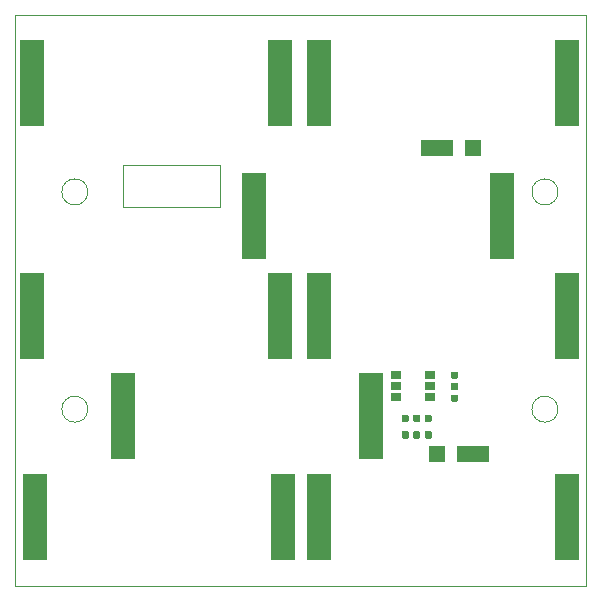
<source format=gtp>
G04 #@! TF.GenerationSoftware,KiCad,Pcbnew,(5.1.4)-1*
G04 #@! TF.CreationDate,2019-10-25T18:16:57-07:00*
G04 #@! TF.ProjectId,SolarCellZ_v1,536f6c61-7243-4656-9c6c-5a5f76312e6b,rev?*
G04 #@! TF.SameCoordinates,Original*
G04 #@! TF.FileFunction,Paste,Top*
G04 #@! TF.FilePolarity,Positive*
%FSLAX46Y46*%
G04 Gerber Fmt 4.6, Leading zero omitted, Abs format (unit mm)*
G04 Created by KiCad (PCBNEW (5.1.4)-1) date 2019-10-25 18:16:57*
%MOMM*%
%LPD*%
G04 APERTURE LIST*
%ADD10C,0.050000*%
%ADD11R,0.900000X0.700000*%
%ADD12R,2.000000X7.400000*%
%ADD13R,1.400000X1.400000*%
%ADD14R,2.700000X1.400000*%
%ADD15C,0.100000*%
%ADD16C,0.590000*%
G04 APERTURE END LIST*
D10*
X99200000Y-52750000D02*
X99200000Y-56250000D01*
X99200000Y-56250000D02*
X107400000Y-56250000D01*
X107400000Y-52750000D02*
X107400000Y-56250000D01*
X99200000Y-52750000D02*
X107400000Y-52750000D01*
X96200000Y-73400000D02*
G75*
G03X96200000Y-73400000I-1100000J0D01*
G01*
X136000000Y-73400000D02*
G75*
G03X136000000Y-73400000I-1100000J0D01*
G01*
X136000000Y-55000000D02*
G75*
G03X136000000Y-55000000I-1100000J0D01*
G01*
X96200000Y-55000000D02*
G75*
G03X96200000Y-55000000I-1100000J0D01*
G01*
X138400000Y-88400000D02*
X90000000Y-88400000D01*
X90000000Y-88400000D02*
X90000000Y-40000000D01*
X138400000Y-40000000D02*
X138400000Y-88400000D01*
X90000000Y-40000000D02*
X138400000Y-40000000D01*
D11*
X125211500Y-70487500D03*
X125211500Y-71437500D03*
X125211500Y-72387500D03*
X122311500Y-72387500D03*
X122311500Y-71437500D03*
X122311500Y-70487500D03*
D12*
X136750000Y-45750000D03*
X115750000Y-45750000D03*
X91500000Y-45750000D03*
X112500000Y-45750000D03*
X131250000Y-57000000D03*
X110250000Y-57000000D03*
X136750000Y-65500000D03*
X115750000Y-65500000D03*
X112500000Y-65500000D03*
X91500000Y-65500000D03*
X120187000Y-74000000D03*
X99187000Y-74000000D03*
X115750000Y-82500000D03*
X136750000Y-82500000D03*
X112750000Y-82500000D03*
X91750000Y-82500000D03*
D13*
X128850000Y-51250000D03*
D14*
X125800000Y-51250000D03*
D13*
X125785000Y-77152500D03*
D14*
X128835000Y-77152500D03*
D15*
G36*
X124200458Y-73848710D02*
G01*
X124214776Y-73850834D01*
X124228817Y-73854351D01*
X124242446Y-73859228D01*
X124255531Y-73865417D01*
X124267947Y-73872858D01*
X124279573Y-73881481D01*
X124290298Y-73891202D01*
X124300019Y-73901927D01*
X124308642Y-73913553D01*
X124316083Y-73925969D01*
X124322272Y-73939054D01*
X124327149Y-73952683D01*
X124330666Y-73966724D01*
X124332790Y-73981042D01*
X124333500Y-73995500D01*
X124333500Y-74340500D01*
X124332790Y-74354958D01*
X124330666Y-74369276D01*
X124327149Y-74383317D01*
X124322272Y-74396946D01*
X124316083Y-74410031D01*
X124308642Y-74422447D01*
X124300019Y-74434073D01*
X124290298Y-74444798D01*
X124279573Y-74454519D01*
X124267947Y-74463142D01*
X124255531Y-74470583D01*
X124242446Y-74476772D01*
X124228817Y-74481649D01*
X124214776Y-74485166D01*
X124200458Y-74487290D01*
X124186000Y-74488000D01*
X123891000Y-74488000D01*
X123876542Y-74487290D01*
X123862224Y-74485166D01*
X123848183Y-74481649D01*
X123834554Y-74476772D01*
X123821469Y-74470583D01*
X123809053Y-74463142D01*
X123797427Y-74454519D01*
X123786702Y-74444798D01*
X123776981Y-74434073D01*
X123768358Y-74422447D01*
X123760917Y-74410031D01*
X123754728Y-74396946D01*
X123749851Y-74383317D01*
X123746334Y-74369276D01*
X123744210Y-74354958D01*
X123743500Y-74340500D01*
X123743500Y-73995500D01*
X123744210Y-73981042D01*
X123746334Y-73966724D01*
X123749851Y-73952683D01*
X123754728Y-73939054D01*
X123760917Y-73925969D01*
X123768358Y-73913553D01*
X123776981Y-73901927D01*
X123786702Y-73891202D01*
X123797427Y-73881481D01*
X123809053Y-73872858D01*
X123821469Y-73865417D01*
X123834554Y-73859228D01*
X123848183Y-73854351D01*
X123862224Y-73850834D01*
X123876542Y-73848710D01*
X123891000Y-73848000D01*
X124186000Y-73848000D01*
X124200458Y-73848710D01*
X124200458Y-73848710D01*
G37*
D16*
X124038500Y-74168000D03*
D15*
G36*
X125170458Y-73848710D02*
G01*
X125184776Y-73850834D01*
X125198817Y-73854351D01*
X125212446Y-73859228D01*
X125225531Y-73865417D01*
X125237947Y-73872858D01*
X125249573Y-73881481D01*
X125260298Y-73891202D01*
X125270019Y-73901927D01*
X125278642Y-73913553D01*
X125286083Y-73925969D01*
X125292272Y-73939054D01*
X125297149Y-73952683D01*
X125300666Y-73966724D01*
X125302790Y-73981042D01*
X125303500Y-73995500D01*
X125303500Y-74340500D01*
X125302790Y-74354958D01*
X125300666Y-74369276D01*
X125297149Y-74383317D01*
X125292272Y-74396946D01*
X125286083Y-74410031D01*
X125278642Y-74422447D01*
X125270019Y-74434073D01*
X125260298Y-74444798D01*
X125249573Y-74454519D01*
X125237947Y-74463142D01*
X125225531Y-74470583D01*
X125212446Y-74476772D01*
X125198817Y-74481649D01*
X125184776Y-74485166D01*
X125170458Y-74487290D01*
X125156000Y-74488000D01*
X124861000Y-74488000D01*
X124846542Y-74487290D01*
X124832224Y-74485166D01*
X124818183Y-74481649D01*
X124804554Y-74476772D01*
X124791469Y-74470583D01*
X124779053Y-74463142D01*
X124767427Y-74454519D01*
X124756702Y-74444798D01*
X124746981Y-74434073D01*
X124738358Y-74422447D01*
X124730917Y-74410031D01*
X124724728Y-74396946D01*
X124719851Y-74383317D01*
X124716334Y-74369276D01*
X124714210Y-74354958D01*
X124713500Y-74340500D01*
X124713500Y-73995500D01*
X124714210Y-73981042D01*
X124716334Y-73966724D01*
X124719851Y-73952683D01*
X124724728Y-73939054D01*
X124730917Y-73925969D01*
X124738358Y-73913553D01*
X124746981Y-73901927D01*
X124756702Y-73891202D01*
X124767427Y-73881481D01*
X124779053Y-73872858D01*
X124791469Y-73865417D01*
X124804554Y-73859228D01*
X124818183Y-73854351D01*
X124832224Y-73850834D01*
X124846542Y-73848710D01*
X124861000Y-73848000D01*
X125156000Y-73848000D01*
X125170458Y-73848710D01*
X125170458Y-73848710D01*
G37*
D16*
X125008500Y-74168000D03*
D15*
G36*
X123230178Y-73848710D02*
G01*
X123244496Y-73850834D01*
X123258537Y-73854351D01*
X123272166Y-73859228D01*
X123285251Y-73865417D01*
X123297667Y-73872858D01*
X123309293Y-73881481D01*
X123320018Y-73891202D01*
X123329739Y-73901927D01*
X123338362Y-73913553D01*
X123345803Y-73925969D01*
X123351992Y-73939054D01*
X123356869Y-73952683D01*
X123360386Y-73966724D01*
X123362510Y-73981042D01*
X123363220Y-73995500D01*
X123363220Y-74340500D01*
X123362510Y-74354958D01*
X123360386Y-74369276D01*
X123356869Y-74383317D01*
X123351992Y-74396946D01*
X123345803Y-74410031D01*
X123338362Y-74422447D01*
X123329739Y-74434073D01*
X123320018Y-74444798D01*
X123309293Y-74454519D01*
X123297667Y-74463142D01*
X123285251Y-74470583D01*
X123272166Y-74476772D01*
X123258537Y-74481649D01*
X123244496Y-74485166D01*
X123230178Y-74487290D01*
X123215720Y-74488000D01*
X122920720Y-74488000D01*
X122906262Y-74487290D01*
X122891944Y-74485166D01*
X122877903Y-74481649D01*
X122864274Y-74476772D01*
X122851189Y-74470583D01*
X122838773Y-74463142D01*
X122827147Y-74454519D01*
X122816422Y-74444798D01*
X122806701Y-74434073D01*
X122798078Y-74422447D01*
X122790637Y-74410031D01*
X122784448Y-74396946D01*
X122779571Y-74383317D01*
X122776054Y-74369276D01*
X122773930Y-74354958D01*
X122773220Y-74340500D01*
X122773220Y-73995500D01*
X122773930Y-73981042D01*
X122776054Y-73966724D01*
X122779571Y-73952683D01*
X122784448Y-73939054D01*
X122790637Y-73925969D01*
X122798078Y-73913553D01*
X122806701Y-73901927D01*
X122816422Y-73891202D01*
X122827147Y-73881481D01*
X122838773Y-73872858D01*
X122851189Y-73865417D01*
X122864274Y-73859228D01*
X122877903Y-73854351D01*
X122891944Y-73850834D01*
X122906262Y-73848710D01*
X122920720Y-73848000D01*
X123215720Y-73848000D01*
X123230178Y-73848710D01*
X123230178Y-73848710D01*
G37*
D16*
X123068220Y-74168000D03*
D15*
G36*
X124200178Y-73848710D02*
G01*
X124214496Y-73850834D01*
X124228537Y-73854351D01*
X124242166Y-73859228D01*
X124255251Y-73865417D01*
X124267667Y-73872858D01*
X124279293Y-73881481D01*
X124290018Y-73891202D01*
X124299739Y-73901927D01*
X124308362Y-73913553D01*
X124315803Y-73925969D01*
X124321992Y-73939054D01*
X124326869Y-73952683D01*
X124330386Y-73966724D01*
X124332510Y-73981042D01*
X124333220Y-73995500D01*
X124333220Y-74340500D01*
X124332510Y-74354958D01*
X124330386Y-74369276D01*
X124326869Y-74383317D01*
X124321992Y-74396946D01*
X124315803Y-74410031D01*
X124308362Y-74422447D01*
X124299739Y-74434073D01*
X124290018Y-74444798D01*
X124279293Y-74454519D01*
X124267667Y-74463142D01*
X124255251Y-74470583D01*
X124242166Y-74476772D01*
X124228537Y-74481649D01*
X124214496Y-74485166D01*
X124200178Y-74487290D01*
X124185720Y-74488000D01*
X123890720Y-74488000D01*
X123876262Y-74487290D01*
X123861944Y-74485166D01*
X123847903Y-74481649D01*
X123834274Y-74476772D01*
X123821189Y-74470583D01*
X123808773Y-74463142D01*
X123797147Y-74454519D01*
X123786422Y-74444798D01*
X123776701Y-74434073D01*
X123768078Y-74422447D01*
X123760637Y-74410031D01*
X123754448Y-74396946D01*
X123749571Y-74383317D01*
X123746054Y-74369276D01*
X123743930Y-74354958D01*
X123743220Y-74340500D01*
X123743220Y-73995500D01*
X123743930Y-73981042D01*
X123746054Y-73966724D01*
X123749571Y-73952683D01*
X123754448Y-73939054D01*
X123760637Y-73925969D01*
X123768078Y-73913553D01*
X123776701Y-73901927D01*
X123786422Y-73891202D01*
X123797147Y-73881481D01*
X123808773Y-73872858D01*
X123821189Y-73865417D01*
X123834274Y-73859228D01*
X123847903Y-73854351D01*
X123861944Y-73850834D01*
X123876262Y-73848710D01*
X123890720Y-73848000D01*
X124185720Y-73848000D01*
X124200178Y-73848710D01*
X124200178Y-73848710D01*
G37*
D16*
X124038220Y-74168000D03*
D15*
G36*
X124200458Y-75245710D02*
G01*
X124214776Y-75247834D01*
X124228817Y-75251351D01*
X124242446Y-75256228D01*
X124255531Y-75262417D01*
X124267947Y-75269858D01*
X124279573Y-75278481D01*
X124290298Y-75288202D01*
X124300019Y-75298927D01*
X124308642Y-75310553D01*
X124316083Y-75322969D01*
X124322272Y-75336054D01*
X124327149Y-75349683D01*
X124330666Y-75363724D01*
X124332790Y-75378042D01*
X124333500Y-75392500D01*
X124333500Y-75737500D01*
X124332790Y-75751958D01*
X124330666Y-75766276D01*
X124327149Y-75780317D01*
X124322272Y-75793946D01*
X124316083Y-75807031D01*
X124308642Y-75819447D01*
X124300019Y-75831073D01*
X124290298Y-75841798D01*
X124279573Y-75851519D01*
X124267947Y-75860142D01*
X124255531Y-75867583D01*
X124242446Y-75873772D01*
X124228817Y-75878649D01*
X124214776Y-75882166D01*
X124200458Y-75884290D01*
X124186000Y-75885000D01*
X123891000Y-75885000D01*
X123876542Y-75884290D01*
X123862224Y-75882166D01*
X123848183Y-75878649D01*
X123834554Y-75873772D01*
X123821469Y-75867583D01*
X123809053Y-75860142D01*
X123797427Y-75851519D01*
X123786702Y-75841798D01*
X123776981Y-75831073D01*
X123768358Y-75819447D01*
X123760917Y-75807031D01*
X123754728Y-75793946D01*
X123749851Y-75780317D01*
X123746334Y-75766276D01*
X123744210Y-75751958D01*
X123743500Y-75737500D01*
X123743500Y-75392500D01*
X123744210Y-75378042D01*
X123746334Y-75363724D01*
X123749851Y-75349683D01*
X123754728Y-75336054D01*
X123760917Y-75322969D01*
X123768358Y-75310553D01*
X123776981Y-75298927D01*
X123786702Y-75288202D01*
X123797427Y-75278481D01*
X123809053Y-75269858D01*
X123821469Y-75262417D01*
X123834554Y-75256228D01*
X123848183Y-75251351D01*
X123862224Y-75247834D01*
X123876542Y-75245710D01*
X123891000Y-75245000D01*
X124186000Y-75245000D01*
X124200458Y-75245710D01*
X124200458Y-75245710D01*
G37*
D16*
X124038500Y-75565000D03*
D15*
G36*
X125170458Y-75245710D02*
G01*
X125184776Y-75247834D01*
X125198817Y-75251351D01*
X125212446Y-75256228D01*
X125225531Y-75262417D01*
X125237947Y-75269858D01*
X125249573Y-75278481D01*
X125260298Y-75288202D01*
X125270019Y-75298927D01*
X125278642Y-75310553D01*
X125286083Y-75322969D01*
X125292272Y-75336054D01*
X125297149Y-75349683D01*
X125300666Y-75363724D01*
X125302790Y-75378042D01*
X125303500Y-75392500D01*
X125303500Y-75737500D01*
X125302790Y-75751958D01*
X125300666Y-75766276D01*
X125297149Y-75780317D01*
X125292272Y-75793946D01*
X125286083Y-75807031D01*
X125278642Y-75819447D01*
X125270019Y-75831073D01*
X125260298Y-75841798D01*
X125249573Y-75851519D01*
X125237947Y-75860142D01*
X125225531Y-75867583D01*
X125212446Y-75873772D01*
X125198817Y-75878649D01*
X125184776Y-75882166D01*
X125170458Y-75884290D01*
X125156000Y-75885000D01*
X124861000Y-75885000D01*
X124846542Y-75884290D01*
X124832224Y-75882166D01*
X124818183Y-75878649D01*
X124804554Y-75873772D01*
X124791469Y-75867583D01*
X124779053Y-75860142D01*
X124767427Y-75851519D01*
X124756702Y-75841798D01*
X124746981Y-75831073D01*
X124738358Y-75819447D01*
X124730917Y-75807031D01*
X124724728Y-75793946D01*
X124719851Y-75780317D01*
X124716334Y-75766276D01*
X124714210Y-75751958D01*
X124713500Y-75737500D01*
X124713500Y-75392500D01*
X124714210Y-75378042D01*
X124716334Y-75363724D01*
X124719851Y-75349683D01*
X124724728Y-75336054D01*
X124730917Y-75322969D01*
X124738358Y-75310553D01*
X124746981Y-75298927D01*
X124756702Y-75288202D01*
X124767427Y-75278481D01*
X124779053Y-75269858D01*
X124791469Y-75262417D01*
X124804554Y-75256228D01*
X124818183Y-75251351D01*
X124832224Y-75247834D01*
X124846542Y-75245710D01*
X124861000Y-75245000D01*
X125156000Y-75245000D01*
X125170458Y-75245710D01*
X125170458Y-75245710D01*
G37*
D16*
X125008500Y-75565000D03*
D15*
G36*
X123230178Y-75245710D02*
G01*
X123244496Y-75247834D01*
X123258537Y-75251351D01*
X123272166Y-75256228D01*
X123285251Y-75262417D01*
X123297667Y-75269858D01*
X123309293Y-75278481D01*
X123320018Y-75288202D01*
X123329739Y-75298927D01*
X123338362Y-75310553D01*
X123345803Y-75322969D01*
X123351992Y-75336054D01*
X123356869Y-75349683D01*
X123360386Y-75363724D01*
X123362510Y-75378042D01*
X123363220Y-75392500D01*
X123363220Y-75737500D01*
X123362510Y-75751958D01*
X123360386Y-75766276D01*
X123356869Y-75780317D01*
X123351992Y-75793946D01*
X123345803Y-75807031D01*
X123338362Y-75819447D01*
X123329739Y-75831073D01*
X123320018Y-75841798D01*
X123309293Y-75851519D01*
X123297667Y-75860142D01*
X123285251Y-75867583D01*
X123272166Y-75873772D01*
X123258537Y-75878649D01*
X123244496Y-75882166D01*
X123230178Y-75884290D01*
X123215720Y-75885000D01*
X122920720Y-75885000D01*
X122906262Y-75884290D01*
X122891944Y-75882166D01*
X122877903Y-75878649D01*
X122864274Y-75873772D01*
X122851189Y-75867583D01*
X122838773Y-75860142D01*
X122827147Y-75851519D01*
X122816422Y-75841798D01*
X122806701Y-75831073D01*
X122798078Y-75819447D01*
X122790637Y-75807031D01*
X122784448Y-75793946D01*
X122779571Y-75780317D01*
X122776054Y-75766276D01*
X122773930Y-75751958D01*
X122773220Y-75737500D01*
X122773220Y-75392500D01*
X122773930Y-75378042D01*
X122776054Y-75363724D01*
X122779571Y-75349683D01*
X122784448Y-75336054D01*
X122790637Y-75322969D01*
X122798078Y-75310553D01*
X122806701Y-75298927D01*
X122816422Y-75288202D01*
X122827147Y-75278481D01*
X122838773Y-75269858D01*
X122851189Y-75262417D01*
X122864274Y-75256228D01*
X122877903Y-75251351D01*
X122891944Y-75247834D01*
X122906262Y-75245710D01*
X122920720Y-75245000D01*
X123215720Y-75245000D01*
X123230178Y-75245710D01*
X123230178Y-75245710D01*
G37*
D16*
X123068220Y-75565000D03*
D15*
G36*
X124200178Y-75245710D02*
G01*
X124214496Y-75247834D01*
X124228537Y-75251351D01*
X124242166Y-75256228D01*
X124255251Y-75262417D01*
X124267667Y-75269858D01*
X124279293Y-75278481D01*
X124290018Y-75288202D01*
X124299739Y-75298927D01*
X124308362Y-75310553D01*
X124315803Y-75322969D01*
X124321992Y-75336054D01*
X124326869Y-75349683D01*
X124330386Y-75363724D01*
X124332510Y-75378042D01*
X124333220Y-75392500D01*
X124333220Y-75737500D01*
X124332510Y-75751958D01*
X124330386Y-75766276D01*
X124326869Y-75780317D01*
X124321992Y-75793946D01*
X124315803Y-75807031D01*
X124308362Y-75819447D01*
X124299739Y-75831073D01*
X124290018Y-75841798D01*
X124279293Y-75851519D01*
X124267667Y-75860142D01*
X124255251Y-75867583D01*
X124242166Y-75873772D01*
X124228537Y-75878649D01*
X124214496Y-75882166D01*
X124200178Y-75884290D01*
X124185720Y-75885000D01*
X123890720Y-75885000D01*
X123876262Y-75884290D01*
X123861944Y-75882166D01*
X123847903Y-75878649D01*
X123834274Y-75873772D01*
X123821189Y-75867583D01*
X123808773Y-75860142D01*
X123797147Y-75851519D01*
X123786422Y-75841798D01*
X123776701Y-75831073D01*
X123768078Y-75819447D01*
X123760637Y-75807031D01*
X123754448Y-75793946D01*
X123749571Y-75780317D01*
X123746054Y-75766276D01*
X123743930Y-75751958D01*
X123743220Y-75737500D01*
X123743220Y-75392500D01*
X123743930Y-75378042D01*
X123746054Y-75363724D01*
X123749571Y-75349683D01*
X123754448Y-75336054D01*
X123760637Y-75322969D01*
X123768078Y-75310553D01*
X123776701Y-75298927D01*
X123786422Y-75288202D01*
X123797147Y-75278481D01*
X123808773Y-75269858D01*
X123821189Y-75262417D01*
X123834274Y-75256228D01*
X123847903Y-75251351D01*
X123861944Y-75247834D01*
X123876262Y-75245710D01*
X123890720Y-75245000D01*
X124185720Y-75245000D01*
X124200178Y-75245710D01*
X124200178Y-75245710D01*
G37*
D16*
X124038220Y-75565000D03*
D15*
G36*
X127440958Y-71189210D02*
G01*
X127455276Y-71191334D01*
X127469317Y-71194851D01*
X127482946Y-71199728D01*
X127496031Y-71205917D01*
X127508447Y-71213358D01*
X127520073Y-71221981D01*
X127530798Y-71231702D01*
X127540519Y-71242427D01*
X127549142Y-71254053D01*
X127556583Y-71266469D01*
X127562772Y-71279554D01*
X127567649Y-71293183D01*
X127571166Y-71307224D01*
X127573290Y-71321542D01*
X127574000Y-71336000D01*
X127574000Y-71631000D01*
X127573290Y-71645458D01*
X127571166Y-71659776D01*
X127567649Y-71673817D01*
X127562772Y-71687446D01*
X127556583Y-71700531D01*
X127549142Y-71712947D01*
X127540519Y-71724573D01*
X127530798Y-71735298D01*
X127520073Y-71745019D01*
X127508447Y-71753642D01*
X127496031Y-71761083D01*
X127482946Y-71767272D01*
X127469317Y-71772149D01*
X127455276Y-71775666D01*
X127440958Y-71777790D01*
X127426500Y-71778500D01*
X127081500Y-71778500D01*
X127067042Y-71777790D01*
X127052724Y-71775666D01*
X127038683Y-71772149D01*
X127025054Y-71767272D01*
X127011969Y-71761083D01*
X126999553Y-71753642D01*
X126987927Y-71745019D01*
X126977202Y-71735298D01*
X126967481Y-71724573D01*
X126958858Y-71712947D01*
X126951417Y-71700531D01*
X126945228Y-71687446D01*
X126940351Y-71673817D01*
X126936834Y-71659776D01*
X126934710Y-71645458D01*
X126934000Y-71631000D01*
X126934000Y-71336000D01*
X126934710Y-71321542D01*
X126936834Y-71307224D01*
X126940351Y-71293183D01*
X126945228Y-71279554D01*
X126951417Y-71266469D01*
X126958858Y-71254053D01*
X126967481Y-71242427D01*
X126977202Y-71231702D01*
X126987927Y-71221981D01*
X126999553Y-71213358D01*
X127011969Y-71205917D01*
X127025054Y-71199728D01*
X127038683Y-71194851D01*
X127052724Y-71191334D01*
X127067042Y-71189210D01*
X127081500Y-71188500D01*
X127426500Y-71188500D01*
X127440958Y-71189210D01*
X127440958Y-71189210D01*
G37*
D16*
X127254000Y-71483500D03*
D15*
G36*
X127440958Y-72159210D02*
G01*
X127455276Y-72161334D01*
X127469317Y-72164851D01*
X127482946Y-72169728D01*
X127496031Y-72175917D01*
X127508447Y-72183358D01*
X127520073Y-72191981D01*
X127530798Y-72201702D01*
X127540519Y-72212427D01*
X127549142Y-72224053D01*
X127556583Y-72236469D01*
X127562772Y-72249554D01*
X127567649Y-72263183D01*
X127571166Y-72277224D01*
X127573290Y-72291542D01*
X127574000Y-72306000D01*
X127574000Y-72601000D01*
X127573290Y-72615458D01*
X127571166Y-72629776D01*
X127567649Y-72643817D01*
X127562772Y-72657446D01*
X127556583Y-72670531D01*
X127549142Y-72682947D01*
X127540519Y-72694573D01*
X127530798Y-72705298D01*
X127520073Y-72715019D01*
X127508447Y-72723642D01*
X127496031Y-72731083D01*
X127482946Y-72737272D01*
X127469317Y-72742149D01*
X127455276Y-72745666D01*
X127440958Y-72747790D01*
X127426500Y-72748500D01*
X127081500Y-72748500D01*
X127067042Y-72747790D01*
X127052724Y-72745666D01*
X127038683Y-72742149D01*
X127025054Y-72737272D01*
X127011969Y-72731083D01*
X126999553Y-72723642D01*
X126987927Y-72715019D01*
X126977202Y-72705298D01*
X126967481Y-72694573D01*
X126958858Y-72682947D01*
X126951417Y-72670531D01*
X126945228Y-72657446D01*
X126940351Y-72643817D01*
X126936834Y-72629776D01*
X126934710Y-72615458D01*
X126934000Y-72601000D01*
X126934000Y-72306000D01*
X126934710Y-72291542D01*
X126936834Y-72277224D01*
X126940351Y-72263183D01*
X126945228Y-72249554D01*
X126951417Y-72236469D01*
X126958858Y-72224053D01*
X126967481Y-72212427D01*
X126977202Y-72201702D01*
X126987927Y-72191981D01*
X126999553Y-72183358D01*
X127011969Y-72175917D01*
X127025054Y-72169728D01*
X127038683Y-72164851D01*
X127052724Y-72161334D01*
X127067042Y-72159210D01*
X127081500Y-72158500D01*
X127426500Y-72158500D01*
X127440958Y-72159210D01*
X127440958Y-72159210D01*
G37*
D16*
X127254000Y-72453500D03*
D15*
G36*
X127440958Y-70213710D02*
G01*
X127455276Y-70215834D01*
X127469317Y-70219351D01*
X127482946Y-70224228D01*
X127496031Y-70230417D01*
X127508447Y-70237858D01*
X127520073Y-70246481D01*
X127530798Y-70256202D01*
X127540519Y-70266927D01*
X127549142Y-70278553D01*
X127556583Y-70290969D01*
X127562772Y-70304054D01*
X127567649Y-70317683D01*
X127571166Y-70331724D01*
X127573290Y-70346042D01*
X127574000Y-70360500D01*
X127574000Y-70655500D01*
X127573290Y-70669958D01*
X127571166Y-70684276D01*
X127567649Y-70698317D01*
X127562772Y-70711946D01*
X127556583Y-70725031D01*
X127549142Y-70737447D01*
X127540519Y-70749073D01*
X127530798Y-70759798D01*
X127520073Y-70769519D01*
X127508447Y-70778142D01*
X127496031Y-70785583D01*
X127482946Y-70791772D01*
X127469317Y-70796649D01*
X127455276Y-70800166D01*
X127440958Y-70802290D01*
X127426500Y-70803000D01*
X127081500Y-70803000D01*
X127067042Y-70802290D01*
X127052724Y-70800166D01*
X127038683Y-70796649D01*
X127025054Y-70791772D01*
X127011969Y-70785583D01*
X126999553Y-70778142D01*
X126987927Y-70769519D01*
X126977202Y-70759798D01*
X126967481Y-70749073D01*
X126958858Y-70737447D01*
X126951417Y-70725031D01*
X126945228Y-70711946D01*
X126940351Y-70698317D01*
X126936834Y-70684276D01*
X126934710Y-70669958D01*
X126934000Y-70655500D01*
X126934000Y-70360500D01*
X126934710Y-70346042D01*
X126936834Y-70331724D01*
X126940351Y-70317683D01*
X126945228Y-70304054D01*
X126951417Y-70290969D01*
X126958858Y-70278553D01*
X126967481Y-70266927D01*
X126977202Y-70256202D01*
X126987927Y-70246481D01*
X126999553Y-70237858D01*
X127011969Y-70230417D01*
X127025054Y-70224228D01*
X127038683Y-70219351D01*
X127052724Y-70215834D01*
X127067042Y-70213710D01*
X127081500Y-70213000D01*
X127426500Y-70213000D01*
X127440958Y-70213710D01*
X127440958Y-70213710D01*
G37*
D16*
X127254000Y-70508000D03*
D15*
G36*
X127440958Y-71183710D02*
G01*
X127455276Y-71185834D01*
X127469317Y-71189351D01*
X127482946Y-71194228D01*
X127496031Y-71200417D01*
X127508447Y-71207858D01*
X127520073Y-71216481D01*
X127530798Y-71226202D01*
X127540519Y-71236927D01*
X127549142Y-71248553D01*
X127556583Y-71260969D01*
X127562772Y-71274054D01*
X127567649Y-71287683D01*
X127571166Y-71301724D01*
X127573290Y-71316042D01*
X127574000Y-71330500D01*
X127574000Y-71625500D01*
X127573290Y-71639958D01*
X127571166Y-71654276D01*
X127567649Y-71668317D01*
X127562772Y-71681946D01*
X127556583Y-71695031D01*
X127549142Y-71707447D01*
X127540519Y-71719073D01*
X127530798Y-71729798D01*
X127520073Y-71739519D01*
X127508447Y-71748142D01*
X127496031Y-71755583D01*
X127482946Y-71761772D01*
X127469317Y-71766649D01*
X127455276Y-71770166D01*
X127440958Y-71772290D01*
X127426500Y-71773000D01*
X127081500Y-71773000D01*
X127067042Y-71772290D01*
X127052724Y-71770166D01*
X127038683Y-71766649D01*
X127025054Y-71761772D01*
X127011969Y-71755583D01*
X126999553Y-71748142D01*
X126987927Y-71739519D01*
X126977202Y-71729798D01*
X126967481Y-71719073D01*
X126958858Y-71707447D01*
X126951417Y-71695031D01*
X126945228Y-71681946D01*
X126940351Y-71668317D01*
X126936834Y-71654276D01*
X126934710Y-71639958D01*
X126934000Y-71625500D01*
X126934000Y-71330500D01*
X126934710Y-71316042D01*
X126936834Y-71301724D01*
X126940351Y-71287683D01*
X126945228Y-71274054D01*
X126951417Y-71260969D01*
X126958858Y-71248553D01*
X126967481Y-71236927D01*
X126977202Y-71226202D01*
X126987927Y-71216481D01*
X126999553Y-71207858D01*
X127011969Y-71200417D01*
X127025054Y-71194228D01*
X127038683Y-71189351D01*
X127052724Y-71185834D01*
X127067042Y-71183710D01*
X127081500Y-71183000D01*
X127426500Y-71183000D01*
X127440958Y-71183710D01*
X127440958Y-71183710D01*
G37*
D16*
X127254000Y-71478000D03*
M02*

</source>
